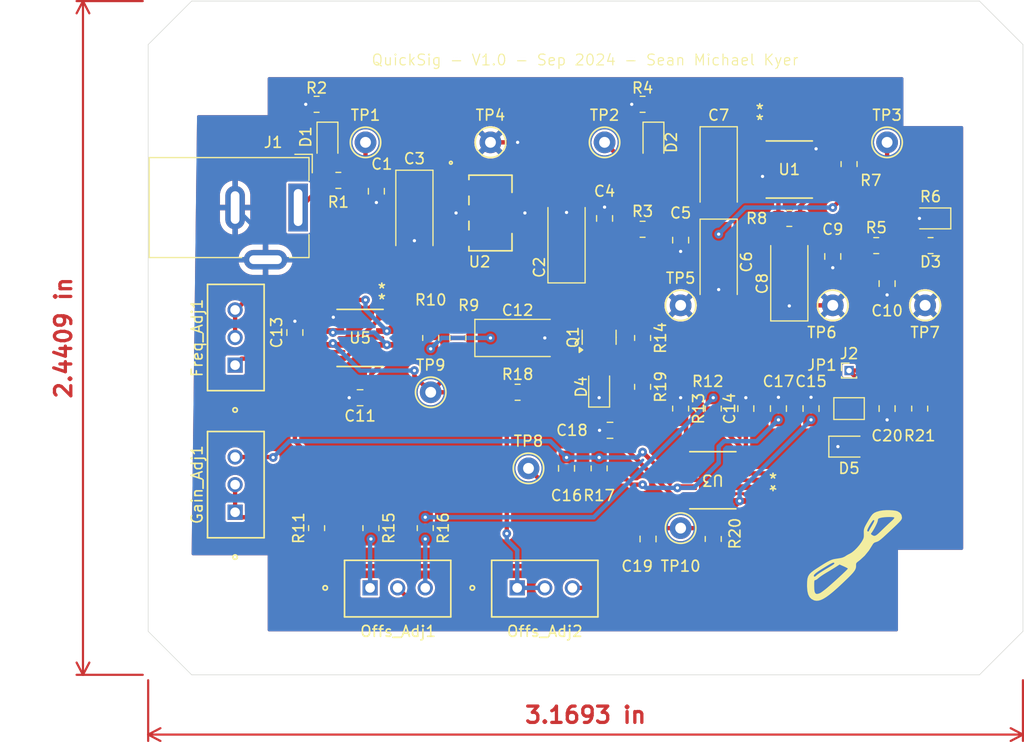
<source format=kicad_pcb>
(kicad_pcb (version 20240108) (generator "pcbnew") (generator_version "8.0")
  (layers (0 "F.Cu" signal) (31 "B.Cu" signal) (34 "B.Paste" user) (35 "F.Paste" user) (36 "B.SilkS" user "B.Silkscreen") (37 "F.SilkS" user "F.Silkscreen") (38 "B.Mask" user) (39 "F.Mask" user) (44 "Edge.Cuts" user))
  (net 0 "")
  (net 1 "GND")
  (net 2 "Net-(D1-A)")
  (net 3 "Net-(U2-VO)")
  (net 4 "+5V")
  (net 5 "Net-(U1-CAP-)")
  (net 6 "Net-(U1-CAP+)")
  (net 7 "Net-(U1-OUT)")
  (net 8 "-5V")
  (net 9 "Net-(U5-CV)")
  (net 10 "Net-(U5-THR)")
  (net 11 "Net-(U3A-V-)")
  (net 12 "Net-(U3A-OUT)")
  (net 13 "Net-(JP1-A)")
  (net 14 "Net-(U3B-IN-)")
  (net 15 "Net-(U3A-V+)")
  (net 16 "Net-(U3A-IN-)")
  (net 17 "Net-(D5-A)")
  (net 18 "Net-(D1-K)")
  (net 19 "Net-(D2-K)")
  (net 20 "Net-(D3-K)")
  (net 21 "Net-(D4-A)")
  (net 22 "Net-(U5-DIS)")
  (net 23 "Net-(Gain_Adj1-Pad1)")
  (net 24 "Net-(J1-Pad1)")
  (net 25 "Net-(J2-Pin_1)")
  (net 26 "Net-(U3A-IN+)")
  (net 27 "Net-(Offs_Adj1-Pad1)")
  (net 28 "Net-(Offs_Adj1-Pad3)")
  (net 29 "Net-(Offs_Adj2-Pad1)")
  (net 30 "Net-(Q1-D)")
  (net 31 "Net-(Q1-G)")
  (net 32 "Net-(U1-FB)")
  (net 33 "Net-(U3B-IN+)")
  (footprint "TestPoint:TestPoint_Keystone_5000-5004_Miniature" (layer "F.Cu") (at 145 87)
    (property "Reference" "TP5")
    (property "Value" "GND")
  )
  (footprint "custom:MAX889" (layer "F.Cu") (at 155 74.5)
    (property "Reference" "U1")
    (property "Value" "MAX889")
  )
  (footprint "Resistor_SMD:R_0805_2012Metric_Pad1.20x1.40mm_HandSolder" (layer "F.Cu") (at 113.5 75.5)
    (property "Reference" "R1")
    (property "Value" "0R")
  )
  (footprint "MountingHole:MountingHole_2.5mm" (layer "F.Cu") (at 102 65)
    (property "Reference" "H1" (hide yes))
    (property "Value" "~")
  )
  (footprint "Resistor_SMD:R_0805_2012Metric_Pad1.20x1.40mm_HandSolder" (layer "F.Cu") (at 145 96.5 -90)
    (property "Reference" "R13")
    (property "Value" "25K")
  )
  (footprint "Resistor_SMD:R_0805_2012Metric_Pad1.20x1.40mm_HandSolder" (layer "F.Cu") (at 148 108.5 90)
    (property "Reference" "R20")
    (property "Value" "10K")
  )
  (footprint "Resistor_SMD:R_0805_2012Metric_Pad1.20x1.40mm_HandSolder" (layer "F.Cu") (at 141.5 68.5 180)
    (property "Reference" "R4")
    (property "Value" "150R")
  )
  (footprint "Package_TO_SOT_SMD:SOT-23" (layer "F.Cu") (at 137.5 89.9375 90)
    (property "Reference" "Q1")
    (property "Value" "DMN10H700S")
  )
  (footprint "Capacitor_SMD:C_0805_2012Metric_Pad1.18x1.45mm_HandSolder" (layer "F.Cu") (at 145 81 -90)
    (property "Reference" "C5")
    (property "Value" "10n")
  )
  (footprint "custom:DCY4_TEX-M" (layer "F.Cu") (at 127.5 78.5 -90)
    (property "Reference" "U2")
    (property "Value" "LM7805MPX")
  )
  (footprint "Resistor_SMD:R_0805_2012Metric_Pad1.20x1.40mm_HandSolder" (layer "F.Cu") (at 167 96.5 90)
    (property "Reference" "R21")
    (property "Value" "150R")
  )
  (footprint "Resistor_SMD:R_0805_2012Metric_Pad1.20x1.40mm_HandSolder" (layer "F.Cu") (at 137.5 102 -90)
    (property "Reference" "R17")
    (property "Value" "10K")
  )
  (footprint "TestPoint:TestPoint_Keystone_5000-5004_Miniature" (layer "F.Cu") (at 145 107.5)
    (property "Reference" "TP10")
    (property "Value" "Offset_test")
  )
  (footprint "custom:POT_PV36W_BRN" (layer "F.Cu") (at 129.96 113)
    (property "Reference" "Offs_Adj2")
    (property "Value" "100K")
  )
  (footprint "custom:MAX889" (layer "F.Cu") (at 147.9638 103.095 180)
    (property "Reference" "U3")
    (property "Value" "AD8039")
  )
  (footprint "Resistor_SMD:R_0805_2012Metric_Pad1.20x1.40mm_HandSolder" (layer "F.Cu") (at 163 81.5)
    (property "Reference" "R5")
    (property "Value" "0R")
  )
  (footprint "TestPoint:TestPoint_Keystone_5000-5004_Miniature" (layer "F.Cu") (at 167.5 87)
    (property "Reference" "TP7")
    (property "Value" "GND")
  )
  (footprint "Resistor_SMD:R_0805_2012Metric_Pad1.20x1.40mm_HandSolder" (layer "F.Cu") (at 111.5 68.5 180)
    (property "Reference" "R2")
    (property "Value" "650R")
  )
  (footprint "Capacitor_SMD:C_0805_2012Metric_Pad1.18x1.45mm_HandSolder" (layer "F.Cu") (at 159 82.5 -90)
    (property "Reference" "C9")
    (property "Value" "10n")
  )
  (footprint "Diode_SMD:D_0805_2012Metric_Pad1.15x1.40mm_HandSolder" (layer "F.Cu") (at 137.5 94.5 90)
    (property "Reference" "D4")
    (property "Value" "Signal_LED")
  )
  (footprint "TestPoint:TestPoint_Keystone_5000-5004_Miniature" (layer "F.Cu") (at 164 72)
    (property "Reference" "TP3")
    (property "Value" "-5V")
  )
  (footprint "Resistor_SMD:R_0805_2012Metric_Pad1.20x1.40mm_HandSolder" (layer "F.Cu") (at 141.5 80)
    (property "Reference" "R3")
    (property "Value" "0R")
  )
  (footprint "Resistor_SMD:R_0805_2012Metric_Pad1.20x1.40mm_HandSolder" (layer "F.Cu") (at 130 95)
    (property "Reference" "R18")
    (property "Value" "1K")
  )
  (footprint "Capacitor_SMD:C_0805_2012Metric_Pad1.18x1.45mm_HandSolder" (layer "F.Cu") (at 157 96.5 -90)
    (property "Reference" "C15")
    (property "Value" "DNP")
  )
  (footprint "Resistor_SMD:R_0805_2012Metric_Pad1.20x1.40mm_HandSolder" (layer "F.Cu") (at 122 90 -90)
    (property "Reference" "R10")
    (property "Value" "10K")
  )
  (footprint "TestPoint:TestPoint_Keystone_5000-5004_Miniature" (layer "F.Cu") (at 131 102)
    (property "Reference" "TP8")
    (property "Value" "Signal_Test1")
  )
  (footprint "Capacitor_SMD:C_0805_2012Metric_Pad1.18x1.45mm_HandSolder" (layer "F.Cu") (at 164 85 -90)
    (property "Reference" "C10")
    (property "Value" "10n")
  )
  (footprint "Capacitor_Tantalum_SMD:CP_EIA-6032-28_Kemet-C_Pad2.25x2.35mm_HandSolder" (layer "F.Cu") (at 148.5 83 -90)
    (property "Reference" "C6")
    (property "Value" "10u")
  )
  (footprint "Capacitor_SMD:C_0805_2012Metric_Pad1.18x1.45mm_HandSolder" (layer "F.Cu") (at 138 79 90)
    (property "Reference" "C4")
    (property "Value" "10n")
  )
  (footprint "Diode_SMD:D_0805_2012Metric_Pad1.15x1.40mm_HandSolder" (layer "F.Cu") (at 142.5 72 -90)
    (property "Reference" "D2")
    (property "Value" "+5V_LED")
  )
  (footprint "Capacitor_SMD:C_0805_2012Metric_Pad1.18x1.45mm_HandSolder" (layer "F.Cu") (at 117 76.5 -90)
    (property "Reference" "C1")
    (property "Value" "10n")
  )
  (footprint "custom:POT_PV36W_BRN" (layer "F.Cu") (at 104 92.5 90)
    (property "Reference" "Freq_Adj1")
    (property "Value" "100K")
  )
  (footprint "custom:POT_PV36W_BRN" (layer "F.Cu") (at 116.42 113)
    (property "Reference" "Offs_Adj1")
    (property "Value" "100K")
  )
  (footprint "Resistor_SMD:R_0805_2012Metric_Pad1.20x1.40mm_HandSolder" (layer "F.Cu") (at 141.5 90 -90)
    (property "Reference" "R14")
    (property "Value" "150R")
  )
  (footprint "Capacitor_Tantalum_SMD:CP_EIA-6032-28_Kemet-C_Pad2.25x2.35mm_HandSolder" (layer "F.Cu") (at 155 84.5 90)
    (property "Reference" "C8")
    (property "Value" "10u")
  )
  (footprint "Capacitor_SMD:C_0805_2012Metric_Pad1.18x1.45mm_HandSolder" (layer "F.Cu") (at 164 96.5 -90)
    (property "Reference" "C20")
    (property "Value" "10n")
  )
  (footprint "Resistor_SMD:R_0805_2012Metric_Pad1.20x1.40mm_HandSolder" (layer "F.Cu") (at 155 79)
    (property "Reference" "R8")
    (property "Value" "100K")
  )
  (footprint "Capacitor_Tantalum_SMD:CP_EIA-6032-28_Kemet-C_Pad2.25x2.35mm_HandSolder" (layer "F.Cu") (at 120.5 78.5 -90)
    (property "Reference" "C3")
    (property "Value" "10u")
  )
  (footprint "custom:QuickDraw" (layer "F.Cu") (at 161 110)
    (property "Reference" "G***" (hide yes))
    (property "Value" "LOGO" (hide yes))
  )
  (footprint "Resistor_SMD:R_0805_2012Metric_Pad1.20x1.40mm_HandSolder" (layer "F.Cu") (at 168 81.5)
    (property "Reference" "R6")
    (property "Value" "150R")
  )
  (footprint "Capacitor_SMD:C_0805_2012Metric_Pad1.18x1.45mm_HandSolder" (layer "F.Cu") (at 138.5 98.5 180)
    (property "Reference" "C18")
    (property "Value" "10n")
  )
  (footprint "Capacitor_Tantalum_SMD:CP_EIA-6032-28_Kemet-C_Pad2.25x2.35mm_HandSolder" (layer "F.Cu") (at 148.5 74.5 -90)
    (property "Reference" "C7")
    (property "Value" "10u")
  )
  (footprint "TestPoint:TestPoint_Keystone_5000-5004_Miniature" (layer "F.Cu") (at 122 95)
    (property "Reference" "TP9")
    (property "Value" "Signal_Test2")
  )
  (footprint "Connector_PinHeader_1.00mm:PinHeader_1x01_P1.00mm_Vertical" (layer "F.Cu") (at 160.5 93)
    (property "Reference" "J2")
    (property "Value" "Conn_01x01_Socket")
  )
  (footprint "Capacitor_SMD:C_0805_2012Metric_Pad1.18x1.45mm_HandSolder" (layer "F.Cu") (at 115.5 95.5 180)
    (property "Reference" "C11")
    (property "Value" "10n")
  )
  (footprint "Jumper:SolderJumper-2_P1.3mm_Open_Pad1.0x1.5mm" (layer "F.Cu") (at 160.5 96.5)
    (property "Reference" "JP1")
    (property "Value" "Jumper_2_Open")
  )
  (footprint "MountingHole:MountingHole_2.5mm" (layer "F.Cu") (at 170.5 65)
    (property "Reference" "H3" (hide yes))
    (property "Value" "~")
  )
  (footprint "TestPoint:TestPoint_Keystone_5000-5004_Miniature" (layer "F.Cu") (at 116 72)
    (property "Reference" "TP1")
    (property "Value" "+15V")
  )
  (footprint "Capacitor_SMD:C_0805_2012Metric_Pad1.18x1.45mm_HandSolder" (layer "F.Cu") (at 134.5 102 90)
    (property "Reference" "C16")
    (property "Value" "22p")
  )
  (footprint "Diode_SMD:D_0805_2012Metric_Pad1.15x1.40mm_HandSolder" (layer "F.Cu") (at 112.5 72 -90)
    (property "Reference" "D1")
    (property "Value" "+15V_LED")
  )
  (footprint "Resistor_SMD:R_0805_2012Metric_Pad1.20x1.40mm_HandSolder" (layer "F.Cu") (at 116.5 107.5 -90)
    (property "Reference" "R15")
    (property "Value" "1K")
  )
  (footprint "Connector_BarrelJack:BarrelJack_Wuerth_6941xx301002" (layer "F.Cu") (at 109.8 78 -90)
    (property "Reference" "J1")
    (property "Value" "Barrel_Jack_Switch")
  )
  (footprint "custom:POT_PV36W_BRN" (layer "F.Cu") (at 104 106.04 90)
    (property "Reference" "Gain_Adj1")
    (property "Value" "100K")
  )
  (footprint "MountingHole:MountingHole_2.5mm" (layer "F.Cu") (at 170.5 115)
    (property "Reference" "H4" (hide yes))
    (property "Value" "~")
  )
  (footprint "TestPoint:TestPoint_Keystone_5000-5004_Miniature" (layer "F.Cu") (at 138 72)
    (property "Reference" "TP2")
    (property "Value" "+5V")
  )
  (footprint "Capacitor_SMD:C_0805_2012Metric_Pad1.18x1.45mm_HandSolder" (layer "F.Cu") (at 151 96.5 90)
    (property "Reference" "C14")
    (property "Value" "10n")
  )
  (footprint "TestPoint:TestPoint_Keystone_5000-5004_Miniature" (layer "F.Cu") (at 159 87)
    (property "Reference" "TP6")
    (property "Value" "GND")
  )
  (footprint "Capacitor_SMD:C_0805_2012Metric_Pad1.18x1.45mm_HandSolder" (layer "F.Cu") (at 109.5 89.5 90)
    (property "Reference" "C13")
    (property "Value" "10n")
  )
  (footprint "Capacitor_SMD:C_0805_2012Metric_Pad1.18x1.45mm_HandSolder" (layer "F.Cu") (at 142 108.5 90)
    (property "Reference" "C19")
    (property "Value" "22p")
  )
  (footprint "Capacitor_SMD:C_0805_2012Metric_Pad1.18x1.45mm_HandSolder" (layer "F.Cu") (at 154 96.5 90)
    (property "Reference" "C17")
    (property "Value" "10n")
  )
  (footprint "Resistor_SMD:R_0805_2012Metric_Pad1.20x1.40mm_HandSolder" (layer "F.Cu") (at 124.5 90 -90)
    (property "Reference" "R9")
    (property "Value" "100R")
  )
  (footprint "TestPoint:TestPoint_Keystone_5000-5004_Miniature" (layer "F.Cu") (at 127.5 72)
    (property "Reference" "TP4")
    (property "Value" "GND")
  )
  (footprint "Resistor_SMD:R_0805_2012Metric_Pad1.20x1.40mm_HandSolder" (layer "F.Cu") (at 160.5 74 90)
    (property "Reference" "R7")
    (property "Value" "100K")
  )
  (footprint "custom:MAX889" (layer "F.Cu") (at 115.5 90)
    (property "Reference" "U5")
    (property "Value" "NE555D")
  )
  (footprint "Resistor_SMD:R_0805_2012Metric_Pad1.20x1.40mm_HandSolder" (layer "F.Cu") (at 141.5 94.5 -90)
    (property "Reference" "R19")
    (property "Value" "1R")
  )
  (footprint "Resistor_SMD:R_0805_2012Metric_Pad1.20x1.40mm_HandSolder" (layer "F.Cu") (at 148 96.5 -90)
    (property "Reference" "R12")
    (property "Value" "1R")
  )
  (footprint "Capacitor_Tantalum_SMD:CP_EIA-6032-28_Kemet-C_Pad2.25x2.35mm_HandSolder" (layer "F.Cu") (at 130 90)
    (property "Reference" "C12")
    (property "Value" "10u")
  )
  (footprint "Resistor_SMD:R_0805_2012Metric_Pad1.20x1.40mm_HandSolder" (layer "F.Cu") (at 111.5 107.5 90)
    (property "Reference" "R11")
    (property "Value" "1K")
  )
  (footprint "MountingHole:MountingHole_2.5mm" (layer "F.Cu") (at 102 115)
    (property "Reference" "H2" (hide yes))
    (property "Value" "~")
  )
  (footprint "Diode_SMD:D_0805_2012Metric_Pad1.15x1.40mm_HandSolder" (layer "F.Cu") (at 168 79 180)
    (property "Reference" "D3")
    (property "Value" "-5V_LED1")
  )
  (footprint "Resistor_SMD:R_0805_2012Metric_Pad1.20x1.40mm_HandSolder" (layer "F.Cu") (at 121.5 107.5 -90)
    (property "Reference" "R16")
    (property "Value" "1K")
  )
  (footprint "Diode_SMD:D_0805_2012Metric_Pad1.15x1.40mm_HandSolder" (layer "F.Cu") (at 160.5 100)
    (property "Reference" "D5")
    (property "Value" "Signal_LED")
  )
  (footprint "Capacitor_Tantalum_SMD:CP_EIA-6032-28_Kemet-C_Pad2.25x2.35mm_HandSolder" (layer "F.Cu") (at 134.5 81 90)
    (property "Reference" "C2")
    (property "Value" "10u")
  )
  (gr_line (start 172.5 59) (end 100 59) (stroke (width 0.05)) (layer "Edge.Cuts"))
  (gr_line (start 100 59) (end 96 63) (stroke (width 0.05)) (layer "Edge.Cuts"))
  (gr_line (start 176.5 63) (end 176.5 117) (stroke (width 0.05)) (layer "Edge.Cuts"))
  (gr_line (start 176.5 117) (end 172.5 121) (stroke (width 0.05)) (layer "Edge.Cuts"))
  (gr_line (start 96 63) (end 96 117) (stroke (width 0.05)) (layer "Edge.Cuts"))
  (gr_line (start 100 121) (end 96 117) (stroke (width 0.05)) (layer "Edge.Cuts"))
  (gr_line (start 172.5 59) (end 176.5 63) (stroke (width 0.05)) (layer "Edge.Cuts"))
  (gr_line (start 172.5 121) (end 100 121) (stroke (width 0.05)) (layer "Edge.Cuts"))
  (gr_text "QuickSig - V1.0 - Sep 2024 - Sean Michael Kyer" (at 116.5 65 0) (layer "F.SilkS") (effects (font (size 1 1) (thickness 0.1)) (justify left bottom)))
  (dimension (type aligned) (layer "F.Cu") (pts (xy 176.5 121) (xy 96 121)) (height -5.5) (gr_text "3.1693 in" (at 136.25 124.7 0) (layer "F.Cu") (effects (font (size 1.5 1.5) (thickness 0.3)))) (format (prefix "") (suffix "") (units 0) (units_format 1) (precision 4)) (style (thickness 0.2) (arrow_length 1.27) (text_position_mode 0) (extension_height 0.58642) (extension_offset 0.5) keep_text_aligned))
  (dimension (type aligned) (layer "F.Cu") (pts (xy 96 121) (xy 96 59)) (height -6) (gr_text "2.4409 in" (at 88.2 90 90) (layer "F.Cu") (effects (font (size 1.5 1.5) (thickness 0.3)))) (format (prefix "") (suffix "") (units 0) (units_format 1) (precision 4)) (style (thickness 0.2) (arrow_length 1.27) (text_position_mode 0) (extension_height 0.58642) (extension_offset 0.5) keep_text_aligned))
  (segment (start 166.5375 86.0375) (end 167.5 87) (width 0.4) (layer "F.Cu") (net 1))
  (segment (start 148.5 85.55) (end 146.45 85.55) (width 0.4) (layer "F.Cu") (net 1))
  (segment (start 155.6 87) (end 159 87) (width 0.4) (layer "F.Cu") (net 1))
  (segment (start 137.5 95.525) (end 137.5 95.5) (width 0.4) (layer "F.Cu") (net 1))
  (segment (start 114.4625 95.5) (end 114.5 95.5) (width 0.4) (layer "F.Cu") (net 1))
  (segment (start 151 95.4625) (end 151 95.5) (width 0.4) (layer "F.Cu") (net 1))
  (segment (start 155.55 87.05) (end 155.6 87) (width 0.4) (layer "F.Cu") (net 1))
  (segment (start 146.45 85.55) (end 145 87) (width 0.4) (layer "F.Cu") (net 1))
  (segment (start 155 87.05) (end 155.55 87.05) (width 0.4) (layer "F.Cu") (net 1))
  (segment (start 132.55 90) (end 132.5 90) (width 0.4) (layer "F.Cu") (net 1))
  (segment (start 130 72) (end 127.5 72) (width 0.4) (layer "F.Cu") (net 1))
  (segment (start 164 86.0375) (end 166.5375 86.0375) (width 0.4) (layer "F.Cu") (net 1))
  (via (at 130 72) (size 0.8) (drill 0.3) (layers "F.Cu" "B.Cu") (net 1))
  (via (at 166.975 79) (size 0.8) (drill 0.3) (layers "F.Cu" "B.Cu") (net 1))
  (via (at 140.5 68.5) (size 0.8) (drill 0.3) (layers "F.Cu" "B.Cu") (net 1))
  (via (at 155 87.05) (size 0.8) (drill 0.3) (layers "F.Cu" "B.Cu") (net 1))
  (via (at 154 95.4625) (size 0.8) (drill 0.3) (layers "F.Cu" "B.Cu") (net 1))
  (via (at 164 97.5375) (size 0.8) (drill 0.3) (layers "F.Cu" "B.Cu") (net 1))
  (via (at 110.5 68.5) (size 0.8) (drill 0.3) (layers "F.Cu" "B.Cu") (net 1))
  (via (at 159 83.5375) (size 0.8) (drill 0.3) (layers "F.Cu" "B.Cu") (net 1))
  (via (at 145 82.0375) (size 0.8) (drill 0.3) (layers "F.Cu" "B.Cu") (net 1))
  (via (at 114.5 95.5) (size 0.8) (drill 0.3) (layers "F.Cu" "B.Cu") (net 1))
  (via (at 138 77.9625) (size 0.8) (drill 0.3) (layers "F.Cu" "B.Cu") (net 1))
  (via (at 159.475 100) (size 0.8) (drill 0.3) (layers "F.Cu" "B.Cu") (net 1))
  (via (at 137.5375 98.5) (size 0.8) (drill 0.3) (layers "F.Cu" "B.Cu") (net 1))
  (via (at 148.5 85.55) (size 0.8) (drill 0.3) (layers "F.Cu" "B.Cu") (net 1))
  (via (at 137.5 95.5) (size 0.8) (drill 0.3) (layers "F.Cu" "B.Cu") (net 1))
  (via (at 164 86.0375) (size 0.8) (drill 0.3) (layers "F.Cu" "B.Cu") (net 1))
  (via (at 132.5 90) (size 0.8) (drill 0.3) (layers "F.Cu" "B.Cu") (net 1))
  (via (at 117 77.5375) (size 0.8) (drill 0.3) (layers "F.Cu" "B.Cu") (net 1))
  (via (at 109.5 88.4625) (size 0.8) (drill 0.3) (layers "F.Cu" "B.Cu") (net 1))
  (via (at 134.5 78.45) (size 0.8) (drill 0.3) (layers "F.Cu" "B.Cu") (net 1))
  (via (at 145 95.5) (size 0.8) (drill 0.3) (layers "F.Cu" "B.Cu") (net 1))
  (via (at 124.33135 78.5) (size 0.8) (drill 0.3) (layers "F.Cu" "B.Cu") (net 1))
  (via (at 152.5362 75.135) (size 0.8) (drill 0.3) (layers "F.Cu" "B.Cu") (net 1))
  (via (at 157 95.4625) (size 0.8) (drill 0.3) (layers "F.Cu" "B.Cu") (net 1))
  (via (at 130.66865 78.5) (size 0.8) (drill 0.3) (layers "F.Cu" "B.Cu") (net 1))
  (via (at 113.0362 88.095) (size 0.8) (drill 0.3) (layers "F.Cu" "B.Cu") (net 1))
  (via (at 120.5 81.05) (size 0.8) (drill 0.3) (layers "F.Cu" "B.Cu") (net 1))
  (via (at 157.4638 72.595) (size 0.8) (drill 0.3) (layers "F.Cu" "B.Cu") (net 1))
  (via (at 151 95.5) (size 0.8) (drill 0.3) (layers "F.Cu" "B.Cu") (net 1))
  (segment (start 106.8 82.8) (end 106.8 80.8) (width 0.4) (layer "B.Cu") (net 1))
  (segment (start 111.5 78.5) (end 114.5 78.5) (width 0.4) (layer "B.Cu") (net 1))
  (segment (start 130.66865 78.5) (end 130.66865 72.66865) (width 0.4) (layer "B.Cu") (net 1))
  (segment (start 145 82.05) (end 148.5 85.55) (width 0.4) (layer "B.Cu") (net 1))
  (segment (start 151 95.5) (end 151 95) (width 0.4) (layer "B.Cu") (net 1))
  (segment (start 161.5 83.5375) (end 162.4375 83.5375) (width 0.4) (layer "B.Cu") (net 1))
  (segment (start 151.0375 95.4625) (end 151 95.5) (width 0.4) (layer "B.Cu") (net 1))
  (segment (start 106.8 80.8) (end 104 78) (width 0.4) (layer "B.Cu") (net 1))
  (segment (start 159.475 97.9375) (end 159.075 97.5375) (width 0.4) (layer "B.Cu") (net 1))
  (segment (start 140.5 75.4625) (end 152.2087 75.4625) (width 0.4) (layer "B.Cu") (net 1))
  (segment (start 114.5 78.5) (end 114.5 83) (width 0.4) (layer "B.Cu") (net 1))
  (segment (start 137.5125 78.45) (end 138 77.9625) (width 0.4) (layer "B.Cu") (net 1))
  (segment (start 154.9238 75.135) (end 157.4638 72.595) (width 0.4) (layer "B.Cu") (net 1))
  (segment (start 110.5 68.5) (end 111.5 69.5) (width 0.4) (layer "B.Cu") (net 1))
  (segment (start 148.5 85.55) (end 153.5 85.55) (width 0.4) (layer "B.Cu") (net 1))
  (segment (start 134.45 78.5) (end 134.5 78.45) (width 0.4) (layer "B.Cu") (net 1))
  (segment (start 154 95.4625) (end 151.0375 95.4625) (width 0.4) (layer "B.Cu") (net 1))
  (segment (start 164 97.5375) (end 159.075 97.5375) (width 0.4) (layer "B.Cu") (net 1))
  (segment (start 140.5 75.4625) (end 145 79.9625) (width 0.4) (layer "B.Cu") (net 1))
  (segment (start 138 77.9625) (end 140.5 75.4625) (width 0.4) (layer "B.Cu") (net 1))
  (segment (start 155 91) (end 155 87.05) (width 0.4) (layer "B.Cu") (net 1))
  (segment (start 161.5 83.5375) (end 164 86.0375) (width 0.4) (layer "B.Cu") (net 1))
  (segment (start 109.8675 88.095) (end 109.5 88.4625) (width 0.4) (layer "B.Cu") (net 1))
  (segment (start 116.0375 78.5) (end 117 77.5375) (width 0.4) (layer "B.Cu") (net 1))
  (segment (start 114.5 78.5) (end 116.0375 78.5) (width 0.4) (layer "B.Cu") (net 1))
  (segment (start 145 79.9625) (end 145 82.0375) (width 0.4) (layer "B.Cu") (net 1))
  (segment (start 111.5 69.5) (end 111.5 78.5) (width 0.4) (layer "B.Cu") (net 1))
  (segment (start 152.2087 75.4625) (end 152.5362 75.135) (width 0.4) (layer "B.Cu") (net 1))
  (segment (start 132.5 90) (end 130.66865 88.16865) (width 0.4) (layer "B.Cu") (net 1))
  (segment (start 159.475 100) (end 159.475 97.9375) (width 0.4) (layer "B.Cu") (net 1))
  (segment (start 130.66865 72.66865) (end 130 72) (width 0.4) (layer "B.Cu") (net 1))
  (segment (start 155 87.05) (end 158.5125 83.5375) (width 0.4) (layer "B.Cu") (net 1))
  (segment (start 140.5 75.4625) (end 140.5 68.5) (width 0.4) (layer "B.Cu") (net 1))
  (segment (start 113.0362 88.095) (end 109.8675 88.095) (width 0.4) (layer "B.Cu") (net 1))
  (segment (start 137.5 98.4625) (end 137.5375 98.5) (width 0.4) (layer "B.Cu") (net 1))
  (segment (start 109.5 88.5) (end 109.5 88.4625) (width 0.4) (layer "B.Cu") (net 1))
  (segment (start 159 83.5375) (end 161.5 83.5375) (width 0.4) (layer "B.Cu") (net 1))
  (segment (start 137.5 95.5) (end 132.5 90.5) (width 0.4) (layer "B.Cu") (net 1))
  (segment (start 114.5 83) (end 114.5 86.6312) (width 0.4) (layer "B.Cu") (net 1))
  (segment (start 124.33135 78.5) (end 130.66865 78.5) (width 0.4) (layer "B.Cu") (net 1))
  (segment (start 114.5 86.6312) (end 113.0362 88.095) (width 0.4) (layer "B.Cu") (net 1))
  (segment (start 113.8 82.8) (end 106.8 82.8) (width 0.4) (layer "B.Cu") (net 1))
  (segment (start 117.95 78.5) (end 124.33135 78.5) (width 0.4) (layer "B.Cu") (net 1))
  (segment (start 114.5 95.5) (end 114.5 93.5) (width 0.4) (layer "B.Cu") (net 1))
  (segment (start 117.95 78.5) (end 120.5 81.05) (width 0.4) (layer "B.Cu") (net 1))
  (segment (start 114.5 83) (end 114 83) (width 0.4) (layer "B.Cu") (net 1))
  (segment (start 146.5 94) (end 149.5 94) (width 0.4) (layer "B.Cu") (net 1))
  (segment (start 152.5362 75.135) (end 154.9238 75.135) (width 0.4) (layer "B.Cu") (net 1))
  (segment (start 158.5125 83.5375) (end 159 83.5375) (width 0.4) (layer "B.Cu") (net 1))
  (segment (start 145 82.0375) (end 145 82.05) (width 0.4) (layer "B.Cu") (net 1))
  (segment (start 151 95) (end 155 91) (width 0.4) (layer "B.Cu") (net 1))
  (segment (start 130.66865 78.5) (end 134.45 78.5) (width 0.4) (layer "B.Cu") (net 1))
  (segment (start 116.0375 78.5) (end 117.95 78.5) (width 0.4) (layer "B.Cu") (net 1))
  (segment (start 159.075 97.5375) (end 157 95.4625) (width 0.4) (layer "B.Cu") (net 1))
  (segment (start 157 95.4625) (end 154 95.4625) (width 0.4) (layer "B.Cu") (net 1))
  (segment (start 132.5 90.5) (end 132.5 90) (width 0.4) (layer "B.Cu") (net 1))
  (segment (start 134.5 78.45) (end 137.5125 78.45) (width 0.4) (layer "B.Cu") (net 1))
  (segment (start 149.5 94) (end 151 95.5) (width 0.4) (layer "B.Cu") (net 1))
  (segment (start 130.66865 88.16865) (end 130.66865 78.5) (width 0.4) (layer "B.Cu") (net 1))
  (segment (start 163.8688 79) (end 157.4638 72.595) (width 0.4) (layer "B.Cu") (net 1))
  (segment (start 153.5 85.55) (end 155 87.05) (width 0.4) (layer "B.Cu") (net 1))
  (segment (start 166.975 79) (end 163.8688 79) (width 0.4) (layer "B.Cu") (net 1))
  (segment (start 114.5 93.5) (end 109.5 88.5) (width 0.4) (layer "B.Cu") (net 1))
  (segment (start 137.5 95.5) (end 137.5 98.4625) (width 0.4) (layer "B.Cu") (net 1))
  (segment (start 162.4375 83.5375) (end 166.975 79) (width 0.4) (layer "B.Cu") (net 1))
  (segment (start 145 95.5) (end 146.5 94) (width 0.4) (layer "B.Cu") (net 1))
  (segment (start 114 83) (end 113.8 82.8) (width 0.4) (layer "B.Cu") (net 1))
  (segment (start 117 75.4625) (end 114.5375 75.4625) (width 0.4) (layer "F.Cu") (net 2))
  (segment (start 117.4875 75.95) (end 117 75.4625) (width 0.4) (layer "F.Cu") (net 2))
  (segment (start 116 74.4625) (end 117 75.4625) (width 0.4) (layer "F.Cu") (net 2))
  (segment (start 120.5 75.95) (end 117.4875 75.95) (width 0.4) (layer "F.Cu") (net 2))
  (segment (start 116 72) (end 116 74.4625) (width 0.4) (layer "F.Cu") (net 2))
  (segment (start 120.5 75.95) (end 124.09275 75.95) (width 0.4) (layer "F.Cu") (net 2))
  (segment (start 112.5 73.5) (end 114.5 75.5) (width 0.4) (layer "F.Cu") (net 2))
  (segment (start 114.5375 75.4625) (end 114.5 75.5) (width 0.4) (layer "F.Cu") (net 2))
  (segment (start 124.09275 75.95) (end 124.33135 76.1886) (width 0.4) (layer "F.Cu") (net 2))
  (segment (start 112.5 73.025) (end 112.5 73.5) (width 0.4) (layer "F.Cu") (net 2))
  (segment (start 138.0375 80) (end 138 80.0375) (width 0.4) (layer "F.Cu") (net 3))
  (segment (start 131.7614 80.8114) (end 134.5 83.55) (width 0.4) (layer "F.Cu") (net 3))
  (segment (start 134.5 83.5375) (end 138 80.0375) (width 0.4) (layer "F.Cu") (net 3))
  (segment (start 134.5 83.55) (end 134.5 83.5375) (width 0.4) (layer "F.Cu") (net 3))
  (segment (start 124.33135 80.8114) (end 131.7614 80.8114) (width 0.4) (layer "F.Cu") (net 3))
  (segment (start 140.5 80) (end 138.0375 80) (width 0.4) (layer "F.Cu") (net 3))
  (segment (start 145 79.9625) (end 142.5375 79.9625) (width 0.4) (layer "F.Cu") (net 4))
  (segment (start 162 71) (end 162 74.75) (width 0.4) (layer "F.Cu") (net 4))
  (segment (start 161.75 75) (end 160.5 75) (width 0.4) (layer "F.Cu") (net 4))
  (segment (start 124.5 88.095) (end 124.405 88) (width 0.4) (layer "F.Cu") (net 4))
  (segment (start 160.365 75.135) (end 160.5 75) (width 0.4) (layer "F.Cu") (net 4))
  (segment (start 157.5988 75) (end 157.4638 75.135) (width 0.4) (layer "F.Cu") (net 4))
  (segment (start 145.4875 80.45) (end 145 79.9625) (width 0.4) (layer "F.Cu") (net 4))
  (segment (start 142.5 73.025) (end 139.025 73.025) (width 0.4) (layer "F.Cu") (net 4))
  (segment (start 153 71) (end 162 71) (width 0.4) (layer "F.Cu") (net 4))
  (segment (start 142.5 80) (end 142.5 73.025) (width 0.4) (layer "F.Cu") (net 4))
  (segment (start 160.5 75) (end 160.5 76.5) (width 0.4) (layer "F.Cu") (net 4))
  (segment (start 118.5588 87.5) (end 117.9638 88.095) (width 0.4) (layer "F.Cu") (net 4))
  (segment (start 160.5 76.5) (end 159 78) (width 0.4) (layer "F.Cu") (net 4))
  (segment (start 152.5362 71.4638) (end 153 71) (width 0.4) (layer "F.Cu") (net 4))
  (segment (start 141.5 89) (end 142.5 89) (width 0.4) (layer "F.Cu") (net 4))
  (segment (start 134.405 88.095) (end 124.5 88.095) (width 0.4) (layer "F.Cu") (net 4))
  (segment (start 160.5 75) (end 157.5988 75) (width 0.4) (layer "F.Cu") (net 4))
  (segment (start 152.5362 72.595) (end 152.5362 71.4638) (width 0.4) (layer "F.Cu") (net 4))
  (segment (start 137.75 85.25) (end 137.25 85.25) (width 0.4) (layer "F.Cu") (net 4))
  (segment (start 109.5 91.905) (end 104.595 91.905) (width 0.4) (layer "F.Cu") (net 4))
  (segment (start 143.5 90) (end 143.5 92) (width 0.4) (layer "F.Cu") (net 4))
  (segment (start 109.5 90.5375) (end 109.5 91.905) (width 0.4) (layer "F.Cu") (net 4))
  (segment (start 104.595 91.905) (end 104 92.5) (width 0.4) (layer "F.Cu") (net 4))
  (segment (start 139.025 73.025) (end 138 72) (width 0.4) (layer "F.Cu") (net 4))
  (segment (start 142.5 89) (end 143.5 90) (width 0.4) (layer "F.Cu") (net 4))
  (segment (start 148.5 80.45) (end 145.4875 80.45) (width 0.4) (layer "F.Cu") (net 4))
  (segment (start 124.405 87.905) (end 124 87.5) (width 0.4) (layer "F.Cu") (net 4))
  (segment (start 124 87.5) (end 118.5588 87.5) (width 0.4) (layer "F.Cu") (net 4))
  (segment (start 117.9638 88.095) (end 117.405 88.095) (width 0.4) (layer "F.Cu") (net 4))
  (segment (start 113.0362 91.905) (end 109.5 91.905) (width 0.4) (layer "F.Cu") (net 4))
  (segment (start 114.095 91.905) (end 113.0362 91.905) (width 0.4) (layer "F.Cu") (net 4))
  (segment (start 115.5 90) (end 115.5 90.5) (width 0.4) (layer "F.Cu") (net 4))
  (segment (start 116.5 106.5) (end 109.5 99.5) (width 0.4) (layer "F.Cu") (net 4))
  (segment (start 115.5 90.5) (end 114.095 91.905) (width 0.4) (layer "F.Cu") (net 4))
  (segment (start 143.5 92) (end 142 93.5) (width 0.4) (layer "F.Cu") (net 4))
  (segment (start 109.5 99.5) (end 109.5 91.905) (width 0.4) (layer "F.Cu") (net 4))
  (segment (start 117.405 88.095) (end 115.5 90) (width 0.4) (layer "F.Cu") (net 4))
  (segment (start 124.405 88) (end 124.405 87.905) (width 0.4) (layer "F.Cu") (net 4))
  (segment (start 137.25 85.25) (end 134.405 88.095) (width 0.4) (layer "F.Cu") (net 4))
  (segment (start 124.5 89) (end 124.5 88.095) (width 0.4) (layer "F.Cu") (net 4))
  (segment (start 162 74.75) (end 161.75 75) (width 0.4) (layer "F.Cu") (net 4))
  (segment (start 141.5 89) (end 137.75 85.25) (width 0.4) (layer "F.Cu") (net 4))
  (segment (start 142.5 80) (end 137.25 85.25) (width 0.4) (layer "F.Cu") (net 4))
  (segment (start 142.5375 79.9625) (end 142.5 80) (width 0.4) (layer "F.Cu") (net 4))
  (segment (start 142 93.5) (end 141.5 93.5) (width 0.4) (layer "F.Cu") (net 4))
  (via (at 148.5 80.45) (size 0.8) (drill 0.3) (layers "F.Cu" "B.Cu") (net 4))
  (via (at 159 78) (size 0.8) (drill 0.3) (layers "F.Cu" "B.Cu") (net 4))
  (segment (start 150.95 78) (end 148.5 80.45) (width 0.4) (layer "B.Cu") (net 4))
  (segment (start 159 78) (end 150.95 78) (width 0.4) (layer "B.Cu") (net 4))
  (segment (start 149.145 76.405) (end 148.5 77.05) (width 0.4) (layer "F.Cu") (net 5))
  (segment (start 152.5362 76.405) (end 149.145 76.405) (width 0.4) (layer "F.Cu") (net 5))
  (segment (start 150.415 73.865) (end 148.5 71.95) (width 0.4) (layer "F.Cu") (net 6))
  (segment (start 152.5362 73.865) (end 150.415 73.865) (width 0.4) (layer "F.Cu") (net 6))
  (segment (start 156 77.8688) (end 157.4638 76.405) (width 0.4) (layer "F.Cu") (net 7))
  (segment (start 156 79) (end 156 80.95) (width 0.4) (layer "F.Cu") (net 7))
  (segment (start 156 80.95) (end 155 81.95) (width 0.4) (layer "F.Cu") (net 7))
  (segment (start 156 79) (end 156 77.8688) (width 0.4) (layer "F.Cu") (net 7))
  (segment (start 158.5125 81.95) (end 159 81.4625) (width 0.4) (layer "F.Cu") (net 7))
  (segment (start 159 81.4625) (end 161.9625 81.4625) (width 0.4) (layer "F.Cu") (net 7))
  (segment (start 161.9625 81.4625) (end 162 81.5) (width 0.4) (layer "F.Cu") (net 7))
  (segment (start 155 81.95) (end 158.5125 81.95) (width 0.4) (layer "F.Cu") (net 7))
  (segment (start 163.5375 83.9625) (end 164 83.9625) (width 0.4) (layer "F.Cu") (net 8))
  (segment (start 164 81.5) (end 167 81.5) (width 0.4) (layer "F.Cu") (net 8))
  (segment (start 148 95.5) (end 152.5 91) (width 0.4) (layer "F.Cu") (net 8))
  (segment (start 164 83.9625) (end 164 81.5) (width 0.4) (layer "F.Cu") (net 8))
  (segment (start 159.5 91) (end 161.5 89) (width 0.4) (layer "F.Cu") (net 8))
  (segment (start 161.5 86) (end 163.5375 83.9625) (width 0.4) (layer "F.Cu") (net 8))
  (segment (start 161.5 89) (end 161.5 86) (width 0.4) (layer "F.Cu") (net 8))
  (segment (start 164 81.5) (end 164 72) (width 0.4) (layer "F.Cu") (net 8))
  (segment (start 152.5 91) (end 159.5 91) (width 0.4) (layer "F.Cu") (net 8))
  (via (at 121.5 106.5) (size 0.8) (drill 0.3) (layers "F.Cu" "B.Cu") (net 8))
  (via (at 148 95.5) (size 0.8) (drill 0.3) (layers "F.Cu" "B.Cu") (net 8))
  (segment (start 148 95.5) (end 137 106.5) (width 0.4) (layer "B.Cu") (net 8))
  (segment (start 137 106.5) (end 121.5 106.5) (width 0.4) (layer "B.Cu") (net 8))
  (segment (start 116.5375 95.5) (end 116.5375 93.3313) (width 0.4) (layer "F.Cu") (net 9))
  (segment (start 116.5375 93.3313) (end 117.9638 91.905) (width 0.4) (layer "F.Cu") (net 9))
  (segment (start 127.45 90) (end 127.5 90) (width 0.4) (layer "F.Cu") (net 10))
  (segment (start 121.135 90.635) (end 117.9638 90.635) (width 0.4) (layer "F.Cu") (net 10))
  (segment (start 113.0362 89.365) (end 113.0362 89.4638) (width 0.4) (layer "F.Cu") (net 10))
  (segment (start 121.5 91) (end 121.135 90.635) (width 0.4) (layer "F.Cu") (net 10))
  (segment (start 122 91) (end 121.5 91) (width 0.4) (layer "F.Cu") (net 10))
  (segment (start 113.0362 89.4638) (end 113 89.5) (width 0.4) (layer "F.Cu") (net 10))
  (via (at 122 91) (size 0.8) (drill 0.3) (layers "F.Cu" "B.Cu") (net 10))
  (via (at 117.9638 90.635) (size 0.8) (drill 0.3) (layers "F.Cu" "B.Cu") (net 10))
  (via (at 113 89.5) (size 0.8) (drill 0.3) (layers "F.Cu" "B.Cu") (net 10))
  (via (at 127.5 90) (size 0.8) (drill 0.3) (layers "F.Cu" "B.Cu") (net 10))
  (segment (start 127.5 90) (end 123 90) (width 0.4) (layer "B.Cu") (net 10))
  (segment (start 123 90) (end 122 91) (width 0.4) (layer "B.Cu") (net 10))
  (segment (start 116.8288 89.5) (end 113 89.5) (width 0.4) (layer "B.Cu") (net 10))
  (segment (start 117.9638 90.635) (end 116.8288 89.5) (width 0.4) (layer "B.Cu") (net 10))
  (segment (start 150.4276 101.19) (end 150.4276 99.9276) (width 0.4) (layer "F.Cu") (net 11))
  (segment (start 150.4276 99.9276) (end 148 97.5) (width 0.4) (layer "F.Cu") (net 11))
  (segment (start 151 97.5375) (end 151 100.6176) (width 0.4) (layer "F.Cu") (net 11))
  (segment (start 151 100.6176) (end 150.4276 101.19) (width 0.4) (layer "F.Cu") (net 11))
  (segment (start 113.5 111) (end 133.9625 111) (width 0.4) (layer "F.Cu") (net 12))
  (segment (start 111.5 108.5) (end 111.5 109) (width 0.4) (layer "F.Cu") (net 12))
  (segment (start 111.5 109) (end 113.5 111) (width 0.4) (layer "F.Cu") (net 12))
  (segment (start 142 107.4625) (end 137.5 107.4625) (width 0.4) (layer "F.Cu") (net 12))
  (segment (start 150.4276 105.0724) (end 148 107.5) (width 0.4) (layer "F.Cu") (net 12))
  (segment (start 145 107.5) (end 142.0375 107.5) (width 0.4) (layer "F.Cu") (net 12))
  (segment (start 142.0375 107.5) (end 142 107.4625) (width 0.4) (layer "F.Cu") (net 12))
  (segment (start 133.9625 111) (end 137.5 107.4625) (width 0.4) (layer "F.Cu") (net 12))
  (segment (start 148 107.5) (end 145 107.5) (width 0.4) (layer "F.Cu") (net 12))
  (segment (start 150.4276 105) (end 150.4276 105.0724) (width 0.4) (layer "F.Cu") (net 12))
  (via (at 150.4276 105) (size 0.8) (drill 0.3) (layers "F.Cu" "B.Cu") (net 12))
  (via (at 157 97.5375) (size 0.8) (drill 0.3) (layers "F.Cu" "B.Cu") (net 12))
  (segment (start 150.4276 105) (end 150.4276 104.1099) (width 0.4) (layer "B.Cu") (net 12))
  (segment (start 150.4276 104.1099) (end 157 97.5375) (width 0.4) (layer "B.Cu") (net 12))
  (segment (start 140 103) (end 137.5 103) (width 0.4) (layer "F.Cu") (net 13))
  (segment (start 141.5 103.5) (end 140.5 103.5) (width 0.4) (layer "F.Cu") (net 13))
  (segment (start 155.0375 96.5) (end 154 97.5375) (width 0.4) (layer "F.Cu") (net 13))
  (segment (start 140.5 103.5) (end 140 103) (width 0.4) (layer "F.Cu") (net 13))
  (segment (start 145.5 103.73) (end 144.77 103.73) (width 0.4) (layer "F.Cu") (net 13))
  (segment (start 144.77 103.73) (end 144.703736 103.796264) (width 0.4) (layer "F.Cu") (net 13))
  (segment (start 134.5375 103) (end 134.5 103.0375) (width 0.4) (layer "F.Cu") (net 13))
  (segment (start 159.85 96.5) (end 155.0375 96.5) (width 0.4) (layer "F.Cu") (net 13))
  (segment (start 137.5 103) (end 134.5375 103) (width 0.4) (layer "F.Cu") (net 13))
  (segment (start 132.0375 103.0375) (end 131 102) (width 0.4) (layer "F.Cu") (net 13))
  (segment (start 134.5 103.0375) (end 132.0375 103.0375) (width 0.4) (layer "F.Cu") (net 13))
  (via (at 141.5 103.5) (size 0.8) (drill 0.3) (layers "F.Cu" "B.Cu") (net 13))
  (via (at 144.703736 103.796264) (size 0.8) (drill 0.3) (layers "F.Cu" "B.Cu") (net 13))
  (via (at 154 97.5375) (size 0.8) (drill 0.3) (layers "F.Cu" "B.Cu") (net 13))
  (segment (start 152 99.5) (end 153.9625 97.5375) (width 0.4) (layer "B.Cu") (net 13))
  (segment (start 146.203736 103.796264) (end 148.5 101.5) (width 0.4) (layer "B.Cu") (net 13))
  (segment (start 144.703736 103.796264) (end 146.203736 103.796264) (width 0.4) (layer "B.Cu") (net 13))
  (segment (start 148.5 101.5) (end 148.5 100) (width 0.4) (layer "B.Cu") (net 13))
  (segment (start 148.5 100) (end 149 99.5) (width 0.4) (layer "B.Cu") (net 13))
  (segment (start 149 99.5) (end 152 99.5) (width 0.4) (layer "B.Cu") (net 13))
  (segment (start 141.796264 103.796264) (end 141.5 103.5) (width 0.4) (layer "B.Cu") (net 13))
  (segment (start 153.9625 97.5375) (end 154 97.5375) (width 0.4) (layer "B.Cu") (net 13))
  (segment (start 144.703736 103.796264) (end 141.796264 103.796264) (width 0.4) (layer "B.Cu") (net 13))
  (segment (start 104 100.96) (end 107.46 100.96) (width 0.4) (layer "F.Cu") (net 14))
  (segment (start 107.46 100.96) (end 107.5 101) (width 0.4) (layer "F.Cu") (net 14))
  (segment (start 141.5 100.5) (end 143.46 102.46) (width 0.4) (layer "F.Cu") (net 14))
  (segment (start 143.46 102.46) (end 145.5 102.46) (width 0.4) (layer "F.Cu") (net 14))
  (via (at 137.5 101) (size 0.8) (drill 0.3) (layers "F.Cu" "B.Cu") (net 14))
  (via (at 141.5 100.5) (size 0.8) (drill 0.3) (layers "F.Cu" "B.Cu") (net 14))
  (via (at 134.5 101) (size 0.8) (drill 0.3) (layers "F.Cu" "B.Cu") (net 14))
  (via (at 107.5 101) (size 0.8) (drill 0.3) (layers "F.Cu" "B.Cu") (net 14))
  (segment (start 109 99.5) (end 107.5 101) (width 0.4) (layer "B.Cu") (net 14))
  (segment (start 133 99.5) (end 109 99.5) (width 0.4) (layer "B.Cu") (net 14))
  (segment (start 134.5 101) (end 137.5 101) (width 0.4) (layer "B.Cu") (net 14))
  (segment (start 137.5 101) (end 141 101) (width 0.4) (layer "B.Cu") (net 14))
  (segment (start 134.5 101) (end 133 99.5) (width 0.4) (layer "B.Cu") (net 14))
  (segment (start 141 101) (end 141.5 100.5) (width 0.4) (layer "B.Cu") (net 14))
  (segment (start 141.5 96.5375) (end 139.5375 98.5) (width 0.4) (layer "F.Cu") (net 15))
  (segment (start 144.7761 105) (end 139.5375 99.7614) (width 0.4) (layer "F.Cu") (net 15))
  (segment (start 139.5375 99.7614) (end 139.5375 98.5) (width 0.4) (layer "F.Cu") (net 15))
  (segment (start 141.5 95.5) (end 141.5 96.5375) (width 0.4) (layer "F.Cu") (net 15))
  (segment (start 145.5 105) (end 144.7761 105) (width 0.4) (layer "F.Cu") (net 15))
  (segment (start 152.73 103.73) (end 150.4276 103.73) (width 0.4) (layer "F.Cu") (net 16))
  (segment (start 147.9625 109.5375) (end 148 109.5) (width 0.4) (layer "F.Cu") (net 16))
  (segment (start 147.5 113) (end 152.9 107.6) (width 0.4) (layer "F.Cu") (net 16))
  (segment (start 153.5 104.5) (end 152.73 103.73) (width 0.4) (layer "F.Cu") (net 16))
  (segment (start 142 109.5375) (end 147.9625 109.5375) (width 0.4) (layer "F.Cu") (net 16))
  (segment (start 148 109.5) (end 151 109.5) (width 0.4) (layer "F.Cu") (net 16))
  (segment (start 151 109.5) (end 152.9 107.6) (width 0.4) (layer "F.Cu") (net 16))
  (segment (start 152.9 107.6) (end 153.5 107) (width 0.4) (layer "F.Cu") (net 16))
  (segment (start 153.5 107) (end 153.5 104.5) (width 0.4) (layer "F.Cu") (net 16))
  (segment (start 135.04 113) (end 147.5 113) (width 0.4) (layer "F.Cu") (net 16))
  (segment (start 166.9625 95.4625) (end 167 95.5) (width 0.4) (layer "F.Cu") (net 17))
  (segment (start 164 95.4625) (end 166.9625 95.4625) (width 0.4) (layer "F.Cu") (net 17))
  (segment (start 162.05 97.4125) (end 164 95.4625) (width 0.4) (layer "F.Cu") (net 17))
  (segment (start 161.525 100) (end 162.05 99.475) (width 0.4) (layer "F.Cu") (net 17))
  (segment (start 162.05 99.475) (end 162.05 97.4125) (width 0.4) (layer "F.Cu") (net 17))
  (segment (start 112.5 68.5) (end 112.5 70.975) (width 0.4) (layer "F.Cu") (net 18))
  (segment (start 142.5 70.975) (end 142.5 68.5) (width 0.4) (layer "F.Cu") (net 19))
  (segment (start 169.025 81.475) (end 169 81.5) (width 0.4) (layer "F.Cu") (net 20))
  (segment (start 169.025 79) (end 169.025 81.475) (width 0.4) (layer "F.Cu") (net 20))
  (segment (start 138.45 92.525) (end 137.5 93.475) (width 0.4) (layer "F.Cu") (net 21))
  (segment (start 138.45 90.875) (end 138.45 92.525) (width 0.4) (layer "F.Cu") (net 21))
  (segment (start 105 86.5) (end 116 86.5) (width 0.4) (layer "F.Cu") (net 22))
  (segment (start 104 89.96) (end 104 87.42) (width 0.4) (layer "F.Cu") (net 22))
  (segment (start 104 87.42) (end 104.08 87.42) (width 0.4) (layer "F.Cu") (net 22))
  (segment (start 118.3288 89) (end 117.9638 89.365) (width 0.4) (layer "F.Cu") (net 22))
  (segment (start 104.08 87.42) (end 105 86.5) (width 0.4) (layer "F.Cu") (net 22))
  (segment (start 122 89) (end 118.3288 89) (width 0.4) (layer "F.Cu") (net 22))
  (via (at 117.9638 89.365) (size 0.8) (drill 0.3) (layers "F.Cu" "B.Cu") (net 22))
  (via (at 116 86.5) (size 0.8) (drill 0.3) (layers "F.Cu" "B.Cu") (net 22))
  (segment (start 116 86.5) (end 116 87.4012) (width 0.4) (layer "B.Cu") (net 22))
  (segment (start 116 87.4012) (end 117.9638 89.365) (width 0.4) (layer "B.Cu") (net 22))
  (segment (start 104 106.04) (end 104 103.5) (width 0.4) (layer "F.Cu") (net 23))
  (segment (start 111.5 106.5) (end 104.46 106.5) (width 0.4) (layer "F.Cu") (net 23))
  (segment (start 104.46 106.5) (end 104 106.04) (width 0.4) (layer "F.Cu") (net 23))
  (segment (start 110 78) (end 112.5 75.5) (width 0.4) (layer "F.Cu") (net 24))
  (segment (start 109.8 78) (end 110 78) (width 0.4) (layer "F.Cu") (net 24))
  (segment (start 161.15 93.65) (end 160.5 93) (width 0.4) (layer "F.Cu") (net 25))
  (segment (start 168.5 97.5) (end 169 97) (width 0.4) (layer "F.Cu") (net 25))
  (segment (start 167 97.5) (end 168.5 97.5) (width 0.4) (layer "F.Cu") (net 25))
  (segment (start 169 94.5) (end 167.5 93) (width 0.4) (layer "F.Cu") (net 25))
  (segment (start 169 97) (end 169 94.5) (width 0.4) (layer "F.Cu") (net 25))
  (segment (start 161.15 96.5) (end 161.15 93.65) (width 0.4) (layer "F.Cu") (net 25))
  (segment (start 167.5 93) (end 160.5 93) (width 0.4) (layer "F.Cu") (net 25))
  (segment (start 120.42 114.5) (end 148 114.5) (width 0.4) (layer "F.Cu") (net 26))
  (segment (start 153.46 102.46) (end 150.4276 102.46) (width 0.4) (layer "F.Cu") (net 26))
  (segment (start 155 107.5) (end 155 104) (width 0.4) (layer "F.Cu") (net 26))
  (segment (start 148 114.5) (end 155 107.5) (width 0.4) (layer "F.Cu") (net 26))
  (segment (start 118.96 113) (end 120.42 114.46) (width 0.4) (layer "F.Cu") (net 26))
  (segment (start 120.42 114.46) (end 120.42 114.5) (width 0.4) (layer "F.Cu") (net 26))
  (segment (start 155 104) (end 153.46 102.46) (width 0.4) (layer "F.Cu") (net 26))
  (via (at 116.5 108.5) (size 0.8) (drill 0.3) (layers "F.Cu" "B.Cu") (net 27))
  (segment (start 116.42 108.58) (end 116.5 108.5) (width 0.4) (layer "B.Cu") (net 27))
  (segment (start 116.42 113) (end 116.42 108.58) (width 0.4) (layer "B.Cu") (net 27))
  (via (at 121.5 108.5) (size 0.8) (drill 0.3) (layers "F.Cu" "B.Cu") (net 28))
  (segment (start 121.5 113) (end 121.5 108.5) (width 0.4) (layer "B.Cu") (net 28))
  (segment (start 129 108) (end 129 98.5) (width 0.4) (layer "F.Cu") (net 29))
  (segment (start 131 96.5) (end 129 98.5) (width 0.4) (layer "F.Cu") (net 29))
  (segment (start 131 95) (end 131 96.5) (width 0.4) (layer "F.Cu") (net 29))
  (via (at 129 108) (size 0.8) (drill 0.3) (layers "F.Cu" "B.Cu") (net 29))
  (segment (start 132.5 113) (end 129.96 113) (width 0.4) (layer "B.Cu") (net 29))
  (segment (start 129.96 109.54) (end 129.96 113) (width 0.4) (layer "B.Cu") (net 29))
  (segment (start 129 108.58) (end 129 108) (width 0.4) (layer "B.Cu") (net 29))
  (segment (start 129.96 109.54) (end 129 108.58) (width 0.4) (layer "B.Cu") (net 29))
  (segment (start 141.5 91) (end 139.5 89) (width 0.4) (layer "F.Cu") (net 30))
  (segment (start 139.5 89) (end 137.5 89) (width 0.4) (layer "F.Cu") (net 30))
  (segment (start 113.0362 90.5362) (end 113 90.5) (width 0.4) (layer "F.Cu") (net 31))
  (segment (start 136.55 90.875) (end 134.925 92.5) (width 0.4) (layer "F.Cu") (net 31))
  (segment (start 129 95) (end 122 95) (width 0.4) (layer "F.Cu") (net 31))
  (segment (start 131.5 92.5) (end 129 95) (width 0.4) (layer "F.Cu") (net 31))
  (segment (start 124.5 92.5) (end 122 95) (width 0.4) (layer "F.Cu") (net 31))
  (segment (start 124.5 91) (end 124.5 92.5) (width 0.4) (layer "F.Cu") (net 31))
  (segment (start 134.925 92.5) (end 131.5 92.5) (width 0.4) (layer "F.Cu") (net 31))
  (segment (start 120.5 93) (end 120.5 93.5) (width 0.4) (layer "F.Cu") (net 31))
  (segment (start 113.0362 90.635) (end 113.0362 90.5362) (width 0.4) (layer "F.Cu") (net 31))
  (segment (start 120.5 93.5) (end 122 95) (width 0.4) (layer "F.Cu") (net 31))
  (via (at 113 90.5) (size 0.8) (drill 0.3) (layers "F.Cu" "B.Cu") (net 31))
  (via (at 120.5 93) (size 0.8) (drill 0.3) (layers "F.Cu" "B.Cu") (net 31))
  (segment (start 113 90.5) (end 115.5 93) (width 0.4) (layer "B.Cu") (net 31))
  (segment (start 115.5 93) (end 120.5 93) (width 0.4) (layer "B.Cu") (net 31))
  (segment (start 157.8288 73.5) (end 157.4638 73.865) (width 0.4) (layer "F.Cu") (net 32))
  (segment (start 154 75) (end 154 79) (width 0.4) (layer "F.Cu") (net 32))
  (segment (start 155.135 73.865) (end 154 75) (width 0.4) (layer "F.Cu") (net 32))
  (segment (start 157.4638 73.865) (end 155.135 73.865) (width 0.4) (layer "F.Cu") (net 32))
  (segment (start 160 73.5) (end 157.8288 73.5) (width 0.4) (layer "F.Cu") (net 32))
  (segment (start 160.5 73) (end 160 73.5) (width 0.4) (layer "F.Cu") (net 32))
  (segment (start 145.5 98) (end 145 97.5) (width 0.4) (layer "F.Cu") (net 33))
  (segment (start 145.5 101.19) (end 145.5 98) (width 0.4) (layer "F.Cu") (net 33))
  (zone (net 1) (net_name "GND") (layer "F.Cu") (connect_pads (clearance 0)) (min_thickness 0.25) (fill yes (thermal_gap 0.5) (thermal_bridge_width 0.5) (island_removal_mode 1) (island_area_min 10))
    (polygon (pts (xy 165 117) (xy 165 109.5) (xy 171 109.5) (xy 171 70.5) (xy 165.5 70.5) (xy 165.5 66) (xy 107 66) (xy 107 69.5) (xy 100.5 69.5) (xy 100 110) (xy 107 110) (xy 107 117)))
  )
  (zone (net 1) (net_name "GND") (layer "B.Cu") (priority 1) (connect_pads (clearance 0)) (min_thickness 0.25) (fill yes (thermal_gap 0.5) (thermal_bridge_width 0.5) (island_removal_mode 1) (island_area_min 10))
    (polygon (pts (xy 165 117) (xy 165 109.5) (xy 171 109.5) (xy 171 70.5) (xy 165.5 70.5) (xy 165.5 66) (xy 107 66) (xy 107 69.5) (xy 100.5 69.5) (xy 100 110) (xy 107 110) (xy 107 117)))
  )
)
</source>
